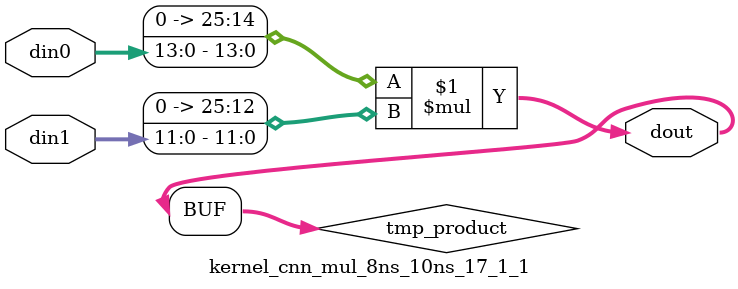
<source format=v>

`timescale 1 ns / 1 ps

  module kernel_cnn_mul_8ns_10ns_17_1_1(din0, din1, dout);
parameter ID = 1;
parameter NUM_STAGE = 0;
parameter din0_WIDTH = 14;
parameter din1_WIDTH = 12;
parameter dout_WIDTH = 26;

input [din0_WIDTH - 1 : 0] din0; 
input [din1_WIDTH - 1 : 0] din1; 
output [dout_WIDTH - 1 : 0] dout;

wire signed [dout_WIDTH - 1 : 0] tmp_product;










assign tmp_product = $signed({1'b0, din0}) * $signed({1'b0, din1});











assign dout = tmp_product;







endmodule

</source>
